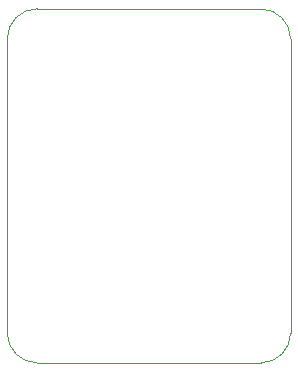
<source format=gbr>
%TF.GenerationSoftware,Altium Limited,Altium Designer,22.10.1 (41)*%
G04 Layer_Color=0*
%FSLAX45Y45*%
%MOMM*%
%TF.SameCoordinates,31040185-1CDC-4878-9C2F-C35C27A90F04*%
%TF.FilePolarity,Positive*%
%TF.FileFunction,Profile,NP*%
%TF.Part,Single*%
G01*
G75*
%TA.AperFunction,Profile*%
%ADD52C,0.02540*%
D52*
Y255000D02*
G03*
X255000Y-0I255000J-0D01*
G01*
X2145000Y0D01*
D02*
G03*
X2400000Y255000I0J255000D01*
G01*
Y2742700D01*
D02*
G03*
X2145000Y2997700I-255000J0D01*
G01*
X2140000Y3000000D01*
X255000D01*
D02*
G03*
X-0Y2745000I0J-255000D01*
G01*
X0Y2735000D01*
Y255000D01*
%TF.MD5,88a7708949a3cdb1b6a03f6d1ffc1e21*%
M02*

</source>
